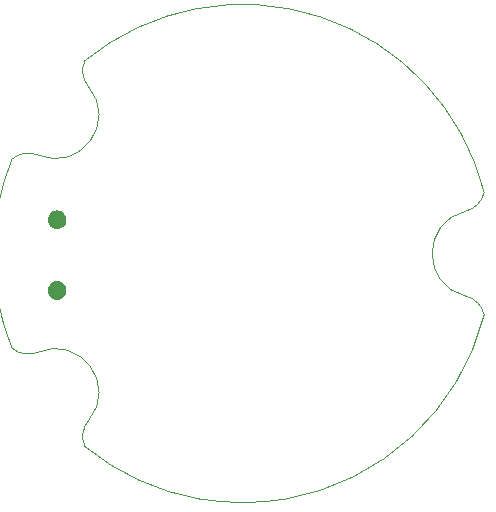
<source format=gbr>
%TF.GenerationSoftware,KiCad,Pcbnew,9.0.0*%
%TF.CreationDate,2025-06-05T22:29:36+02:00*%
%TF.ProjectId,SI4684,53493436-3834-42e6-9b69-6361645f7063,A*%
%TF.SameCoordinates,Original*%
%TF.FileFunction,Profile,NP*%
%FSLAX46Y46*%
G04 Gerber Fmt 4.6, Leading zero omitted, Abs format (unit mm)*
G04 Created by KiCad (PCBNEW 9.0.0) date 2025-06-05 22:29:36*
%MOMM*%
%LPD*%
G01*
G04 APERTURE LIST*
%TA.AperFunction,Profile*%
%ADD10C,0.038100*%
%TD*%
%TA.AperFunction,Profile*%
%ADD11C,0.100000*%
%TD*%
%TA.AperFunction,Profile*%
%ADD12C,0.000000*%
%TD*%
G04 APERTURE END LIST*
D10*
X82188165Y-108502948D02*
G75*
G02*
X79990930Y-108159810I-823765J1931548D01*
G01*
X82188165Y-108502948D02*
G75*
G02*
X86470661Y-114288677I1451435J-3403452D01*
G01*
X118405873Y-103755477D02*
G75*
G02*
X119967781Y-105338503I-487173J-2042723D01*
G01*
X86156956Y-116490304D02*
G75*
G02*
X86470596Y-114288622I1920444J849604D01*
G01*
X86156956Y-83822466D02*
G75*
G02*
X119967839Y-94974280I13357134J-16333924D01*
G01*
X95931413Y-120950000D02*
G75*
G02*
X86156957Y-116490302I3582587J20793400D01*
G01*
X79990907Y-108159836D02*
G75*
G02*
X79990911Y-92152935I19523163J8003446D01*
G01*
D11*
X103097785Y-120951878D02*
G75*
G02*
X95931462Y-120945483I-3563085J22501178D01*
G01*
D10*
X86470629Y-86024120D02*
G75*
G02*
X86156942Y-83822460I1606871J1352120D01*
G01*
X118405873Y-103755477D02*
G75*
G02*
X118405880Y-96557321I858227J3599077D01*
G01*
X79990907Y-92152934D02*
G75*
G02*
X82188170Y-91809810I1373493J-1588566D01*
G01*
X86470629Y-86024120D02*
G75*
G02*
X82188166Y-91809819I-2831049J-2382260D01*
G01*
X119967839Y-94974280D02*
G75*
G02*
X118405875Y-96557299I-2049139J459780D01*
G01*
X119967839Y-105338490D02*
G75*
G02*
X103096771Y-120949997I-20453749J5182110D01*
G01*
D12*
%TA.AperFunction,Profile*%
%TO.C,U12*%
G36*
X83978517Y-96510058D02*
G01*
X84147607Y-96569225D01*
X84299292Y-96664535D01*
X84425965Y-96791208D01*
X84521275Y-96942893D01*
X84580442Y-97111983D01*
X84600500Y-97290000D01*
X84580442Y-97468017D01*
X84521275Y-97637107D01*
X84425965Y-97788792D01*
X84299292Y-97915465D01*
X84147607Y-98010775D01*
X83978517Y-98069942D01*
X83800500Y-98090000D01*
X83622483Y-98069942D01*
X83453393Y-98010775D01*
X83301708Y-97915465D01*
X83175035Y-97788792D01*
X83079725Y-97637107D01*
X83020558Y-97468017D01*
X83000500Y-97290000D01*
X83020558Y-97111983D01*
X83079725Y-96942893D01*
X83175035Y-96791208D01*
X83301708Y-96664535D01*
X83453393Y-96569225D01*
X83622483Y-96510058D01*
X83800500Y-96490000D01*
X83978517Y-96510058D01*
G37*
%TD.AperFunction*%
%TA.AperFunction,Profile*%
G36*
X83978517Y-102510058D02*
G01*
X84147607Y-102569225D01*
X84299292Y-102664535D01*
X84425965Y-102791208D01*
X84521275Y-102942893D01*
X84580442Y-103111983D01*
X84600500Y-103290000D01*
X84580442Y-103468017D01*
X84521275Y-103637107D01*
X84425965Y-103788792D01*
X84299292Y-103915465D01*
X84147607Y-104010775D01*
X83978517Y-104069942D01*
X83800500Y-104090000D01*
X83622483Y-104069942D01*
X83453393Y-104010775D01*
X83301708Y-103915465D01*
X83175035Y-103788792D01*
X83079725Y-103637107D01*
X83020558Y-103468017D01*
X83000500Y-103290000D01*
X83020558Y-103111983D01*
X83079725Y-102942893D01*
X83175035Y-102791208D01*
X83301708Y-102664535D01*
X83453393Y-102569225D01*
X83622483Y-102510058D01*
X83800500Y-102490000D01*
X83978517Y-102510058D01*
G37*
%TD.AperFunction*%
%TD*%
M02*

</source>
